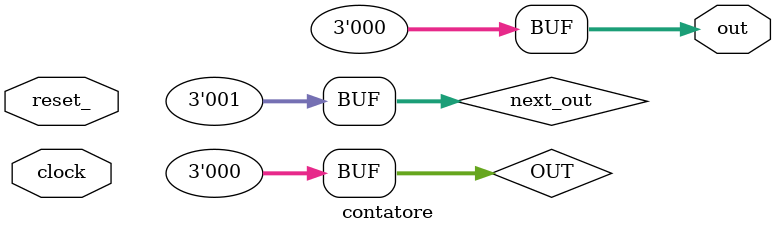
<source format=v>
module contatore (
    out,
    clock, reset_
);
    output [2:0] out;
    input clock, reset_;

    reg [2:0] OUT;
    assign out = OUT;

    wire [2:0] next_out;
    assign #2 next_out = OUT + 1;

    always @(reset_ == 0) begin
        OUT <= 0;
    end

    always @(posedge clock) if (reset_ == 1) #3 begin
        OUT <= next_out;
    end
endmodule

</source>
